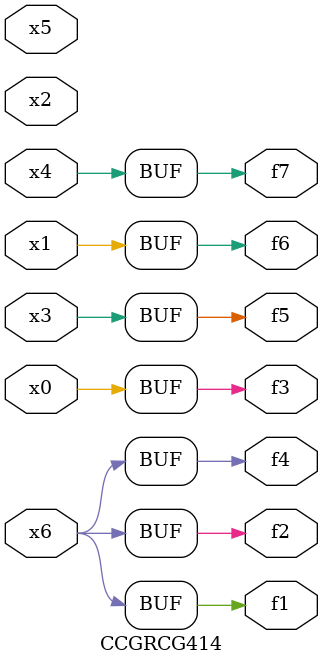
<source format=v>
module CCGRCG414(
	input x0, x1, x2, x3, x4, x5, x6,
	output f1, f2, f3, f4, f5, f6, f7
);
	assign f1 = x6;
	assign f2 = x6;
	assign f3 = x0;
	assign f4 = x6;
	assign f5 = x3;
	assign f6 = x1;
	assign f7 = x4;
endmodule

</source>
